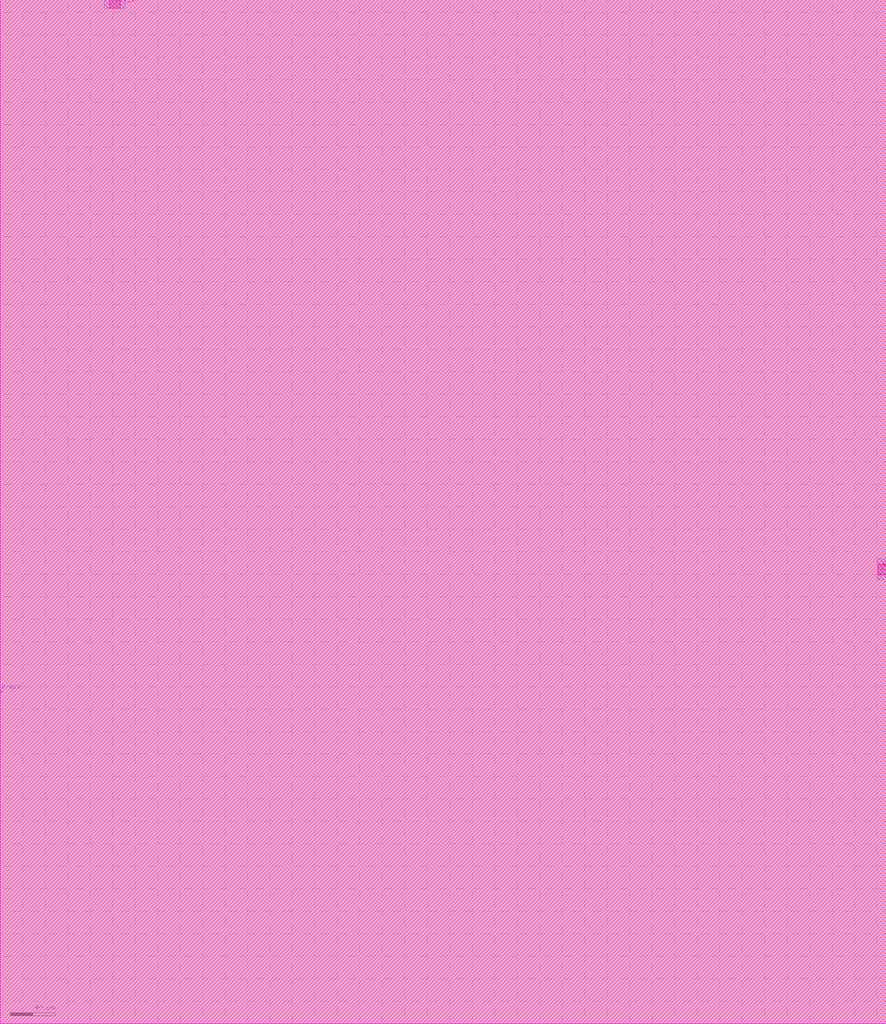
<source format=lef>
VERSION 5.7 ;
BUSBITCHARS "[]" ;
DIVIDERCHAR "/" ;

PROPERTYDEFINITIONS
  LAYER LEF58_TYPE STRING ;
  LAYER LEF58_ENCLOSURE STRING ;
  LAYER LEF58_VOLTAGESPACING STRING ;
  LAYER LEF58_SPACING STRING ;
  LAYER LEF58_WIDTH STRING ;
  LAYER LEF58_ARRAYSPACING STRING ;
END PROPERTYDEFINITIONS

UNITS
  DATABASE MICRONS 1000 ;
END UNITS
MANUFACTURINGGRID 0.005 ;
USEMINSPACING OBS OFF ;

LAYER M1
  TYPE ROUTING ;
  DIRECTION HORIZONTAL ;
  PITCH 0.770 0.770 ;
  WIDTH 0.395 ;
  OFFSET 0.385 0.000 ;
  AREA 0.230 ;
  SPACING 0.340 ;
  SPACING 0.340 LENGTHTHRESHOLD 1.880 RANGE 0.565 18.800 ;
  SPACING 0.415 RANGE 0.565 18.800 USELENGTHTHRESHOLD ;
  SPACING 1.130 RANGE 18.800 18800.000 ;
  SPACING 0.340 RANGE 0.000 18.800 INFLUENCE 0.340 ;
  SPACING 1.130 RANGE 18.800 18800.000 INFLUENCE 0.340 ;
  MINIMUMCUT 2 WIDTH 0.300 FROMABOVE ;
  MINWIDTH 0.300 ;
  MINENCLOSEDAREA 0.375 ;
END M1

LAYER V1
  TYPE CUT ;
  SPACING 0.415 ;
  WIDTH 0.355 ;
  ENCLOSURE BELOW 0.095 0.020 ;
  ENCLOSURE ABOVE 0.095 0.010 ;
END V1

LAYER M2
  TYPE ROUTING ;
  DIRECTION VERTICAL ;
  PITCH 0.770 0.770 ;
  WIDTH 0.375 ;
  OFFSET 0.385 0.000 ;
  AREA 0.270 ;
  SPACING 0.395 ;
  SPACING 0.395 LENGTHTHRESHOLD 1.880 RANGE 0.735 18.800 ;
  SPACING 0.450 RANGE 0.735 18.800 USELENGTHTHRESHOLD ;
  SPACING 1.130 RANGE 18.800 18800.000 ;
  SPACING 0.395 RANGE 0.000 18.800 INFLUENCE 0.395 ;
  SPACING 1.130 RANGE 18.800 18800.000 INFLUENCE 0.395 ;
  MINIMUMCUT 2 WIDTH 0.300 FROMBELOW ;
  MINIMUMCUT 2 WIDTH 0.375 FROMABOVE ;
  MINENCLOSEDAREA 0.500 ;
END M2

LAYER V2
  TYPE CUT ;
  SPACING 0.415 ;
  WIDTH 0.355 ;
  ENCLOSURE BELOW 0.095 0.010 ;
  ENCLOSURE ABOVE 0.095 0.010 ;
END V2

LAYER M3
  TYPE ROUTING ;
  DIRECTION HORIZONTAL ;
  PITCH 0.770 0.770 ;
  WIDTH 0.375 ;
  OFFSET 0.385 0.000 ;
  AREA 0.270 ;
  SPACING 0.395 ;
  SPACING 0.395 LENGTHTHRESHOLD 1.880 RANGE 0.735 18.800 ;
  SPACING 0.450 RANGE 0.735 18.800 USELENGTHTHRESHOLD ;
  SPACING 1.130 RANGE 18.800 18800.000 ;
  SPACING 0.395 RANGE 0.000 18.800 INFLUENCE 0.395 ;
  SPACING 1.130 RANGE 18.800 18800.000 INFLUENCE 0.395 ;
  MINIMUMCUT 2 WIDTH 0.375 FROMBELOW ;
  MINIMUMCUT 2 WIDTH 0.375 FROMABOVE ;
  MINIMUMCUT 3 WIDTH 3.950 FROMABOVE ;
  MINENCLOSEDAREA 0.500 ;
END M3

LAYER V3
  TYPE CUT ;
  SPACING 0.525 ;
  WIDTH 0.525 ;
  ENCLOSURE BELOW 0.245 0.190 ;
  ENCLOSURE ABOVE 1.270 1.270 WIDTH 3.760 ;
  ENCLOSURE ABOVE 2.115 2.115 WIDTH 7.520 ;
  ENCLOSURE ABOVE 3.150 3.150 WIDTH 13.160 ;
  ENCLOSURE ABOVE 4.090 4.090 WIDTH 52.640 ;
  ENCLOSURE ABOVE 0.675 1.130 ;
END V3

LAYER M4
  TYPE ROUTING ;
  DIRECTION VERTICAL ;
  PITCH 3.855 3.855 ;
  WIDTH 1.880 ;
  OFFSET 0.385 0.000 ;
  AREA 5.395 ;
  SPACING 1.880 ;
  SPACING 3.760 RANGE 13.160 26.320 ;
  SPACING 7.520 RANGE 26.320 52.640 ;
  SPACING 15.040 RANGE 52.640 105.280 ;
  SPACING 20.680 RANGE 105.280 161.680 ;
  SPACING 26.320 RANGE 161.680 18800.000 ;
  MINIMUMCUT 2 WIDTH 0.375 FROMBELOW ;
  MINIMUMCUT 3 WIDTH 3.950 FROMBELOW ;
  MINSTEP 0.470 MAXEDGES 0.000 ;
END M4

VIA M2_M1_VH_via DEFAULT
  LAYER M2 ;
    RECT -0.190 -0.275 0.190 0.275 ;
  LAYER M1 ;
    RECT -0.275 -0.195 0.275 0.195 ;
  LAYER V1 ;
    RECT -0.180 -0.180 0.180 0.180 ;
  RESISTANCE 2.630 ;
END M2_M1_VH_via

VIA M3_M2_HV_via DEFAULT
  LAYER M3 ;
    RECT -0.275 -0.190 0.275 0.190 ;
  LAYER M2 ;
    RECT -0.190 -0.275 0.190 0.275 ;
  LAYER V2 ;
    RECT -0.180 -0.180 0.180 0.180 ;
  RESISTANCE 2.630 ;
END M3_M2_HV_via

VIA M4_M3_CUT1
  LAYER V3 ;
    RECT -0.790 -0.265 -0.265 0.265 ;
  LAYER M4 ;
    RECT -1.920 -0.940 1.920 0.940 ;
  LAYER M3 ;
   RECT -1.035 -0.450 1.035 0.450 ;
  RESISTANCE 1.130 ;
END M4_M3_CUT1

SITE CORE
  CLASS CORE ;
  SYMMETRY Y ;
  SIZE 0.770 BY 9.250 ;
END CORE

MACRO CELL
  CLASS BLOCK ;
  ORIGIN 0.000 0.000 ;
  FOREIGN CELL 0.000 0.000 ;
  SIZE 788.230 BY 910.880 ;
  SYMMETRY X Y R90 ;
  PIN erase
    DIRECTION INPUT ;
    USE SIGNAL ;
    PORT
      LAYER M3 ;
        RECT 0.000 294.990 1.880 296.120 ;
      LAYER M2 ;
        RECT 0.000 294.990 1.880 296.120 ;
    END
  END erase
  PIN GND_0
    DIRECTION INOUT ;
    USE GROUND ;
    PORT
      LAYER M3 ;
        RECT 92.610 903.380 111.410 910.880 ;
      LAYER M4 ;
        RECT 97.310 903.380 106.710 910.880 ;
    END
  END GND_0
  PIN VDD_0
    DIRECTION INOUT ;
    USE POWER ;
    PORT
      LAYER M3 ;
        RECT 780.710 394.840 788.230 413.640 ;
      LAYER M4 ;
        RECT 780.710 399.540 788.230 408.940 ;
    END
  END VDD_0
  OBS
    LAYER M1 ;
      RECT 0.000 0.000 788.230 910.880 ;
    LAYER M2 ;
      RECT 0.000 0.000 788.230 910.880 ;
    LAYER M3 ;
      RECT 0.000 0.000 788.230 910.880 ;
    LAYER M4 ;
      RECT 0.000 0.000 788.230 910.880 ;
    LAYER V1 ;
      RECT 0.000 0.000 788.230 910.880 ;
    LAYER V2 ;
      RECT 0.000 0.000 788.230 910.880 ;
    LAYER V3 ;
      RECT 0.000 0.000 788.230 910.880 ;
 END

END CELL

END LIBRARY

</source>
